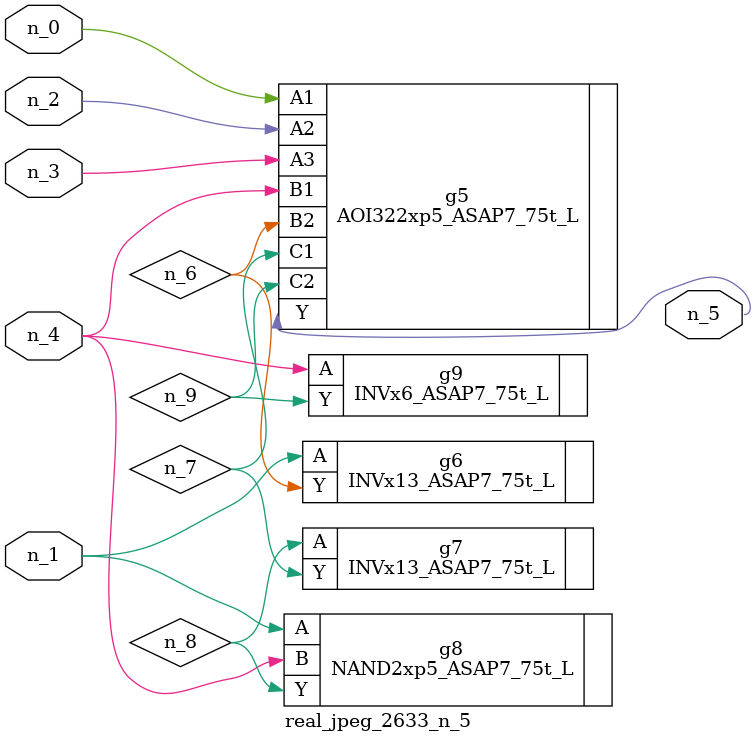
<source format=v>
module real_jpeg_2633_n_5 (n_4, n_0, n_1, n_2, n_3, n_5);

input n_4;
input n_0;
input n_1;
input n_2;
input n_3;

output n_5;

wire n_8;
wire n_6;
wire n_7;
wire n_9;

AOI322xp5_ASAP7_75t_L g5 ( 
.A1(n_0),
.A2(n_2),
.A3(n_3),
.B1(n_4),
.B2(n_6),
.C1(n_7),
.C2(n_9),
.Y(n_5)
);

INVx13_ASAP7_75t_L g6 ( 
.A(n_1),
.Y(n_6)
);

NAND2xp5_ASAP7_75t_L g8 ( 
.A(n_1),
.B(n_4),
.Y(n_8)
);

INVx6_ASAP7_75t_L g9 ( 
.A(n_4),
.Y(n_9)
);

INVx13_ASAP7_75t_L g7 ( 
.A(n_8),
.Y(n_7)
);


endmodule
</source>
